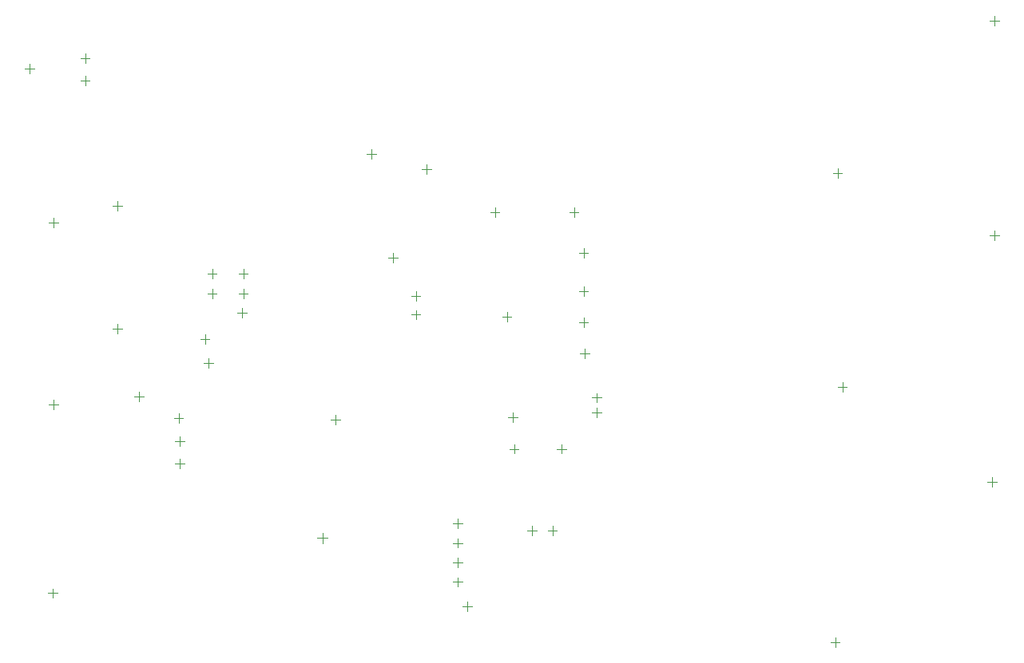
<source format=gbr>
%FSTAX23Y23*%
%MOIN*%
%SFA1B1*%

%IPPOS*%
%ADD119C,0.003940*%
%LNpcb_top_component_center-1*%
%LPD*%
G54D119*
X04415Y0332D02*
Y03359D01*
X04395Y0334D02*
X04434D01*
X03695Y01957D02*
Y02002D01*
X03672Y0198D02*
X03717D01*
X04465Y02885D02*
Y02924D01*
X04445Y02905D02*
X04484D01*
X02473Y0392D02*
Y03959D01*
X02453Y03939D02*
X02492D01*
X04065Y02913D02*
X04104D01*
X04085Y02893D02*
Y02932D01*
X04065Y0299D02*
X04104D01*
X04085Y0297D02*
Y03009D01*
X04725Y0334D02*
X04764D01*
X04745Y0332D02*
Y03359D01*
X04674Y02352D02*
X04713D01*
X04693Y02333D02*
Y02372D01*
X0447Y02485D02*
X04509D01*
X0449Y02465D02*
Y02504D01*
X04475Y02352D02*
X04514D01*
X04495Y02333D02*
Y02372D01*
X0424Y0204D02*
X04279D01*
X0426Y0202D02*
Y02059D01*
X0424Y01877D02*
X04279D01*
X0426Y01857D02*
Y01897D01*
X0424Y01958D02*
X04279D01*
X0426Y01939D02*
Y01978D01*
X0375Y02455D02*
Y02494D01*
X0373Y02475D02*
X03769D01*
X0334Y0292D02*
X03379D01*
X0336Y029D02*
Y02939D01*
X03215Y03002D02*
X03254D01*
X03235Y02982D02*
Y03021D01*
X03345Y03D02*
X03384D01*
X03365Y0298D02*
Y03019D01*
X03215Y03085D02*
X03254D01*
X03235Y03065D02*
Y03104D01*
X03345Y03085D02*
X03384D01*
X03365Y03065D02*
Y03104D01*
X0424Y01796D02*
X04279D01*
X0426Y01776D02*
Y01815D01*
X0428Y01695D02*
X04319D01*
X043Y01675D02*
Y01714D01*
X04655Y0199D02*
Y02029D01*
X04635Y0201D02*
X04674D01*
X0457Y0199D02*
Y02029D01*
X0455Y0201D02*
X04589D01*
X0649Y02195D02*
Y02234D01*
X0647Y02215D02*
X06509D01*
X065Y03225D02*
Y03264D01*
X0648Y03245D02*
X06519D01*
X065Y0412D02*
Y04159D01*
X0648Y0414D02*
X06519D01*
X05815Y01545D02*
X05854D01*
X05835Y01525D02*
Y01564D01*
X05845Y0261D02*
X05884D01*
X05865Y0259D02*
Y02629D01*
X0482Y02566D02*
X04859D01*
X0484Y02546D02*
Y02585D01*
X0482Y02505D02*
X04859D01*
X0484Y02485D02*
Y02524D01*
X0397Y0315D02*
X04009D01*
X0399Y0313D02*
Y03169D01*
X04785Y0315D02*
Y03189D01*
X04765Y0317D02*
X04804D01*
X0479Y02732D02*
Y02772D01*
X0477Y02752D02*
X04809D01*
X04785Y0286D02*
Y029D01*
X04765Y0288D02*
X04804D01*
X04785Y02989D02*
Y03029D01*
X04765Y03009D02*
X04804D01*
X0291Y0257D02*
X02949D01*
X0293Y0255D02*
Y02589D01*
X0308Y0229D02*
X03119D01*
X031Y0227D02*
Y02309D01*
X03075Y0248D02*
X03114D01*
X03095Y0246D02*
Y02499D01*
X0308Y02385D02*
X03119D01*
X031Y02365D02*
Y02404D01*
X02574Y02517D02*
Y02557D01*
X02554Y02537D02*
X02594D01*
X02574Y03277D02*
Y03317D01*
X02554Y03297D02*
X02594D01*
X02839Y03347D02*
Y03387D01*
X02819Y03367D02*
X02859D01*
X03185Y0281D02*
X03224D01*
X03205Y0279D02*
Y02829D01*
X032Y0271D02*
X03239D01*
X0322Y0269D02*
Y02729D01*
X0284Y02833D02*
Y02873D01*
X0282Y02853D02*
X0286D01*
X0257Y01729D02*
Y01768D01*
X0255Y01749D02*
X0259D01*
X05825Y03505D02*
X05864D01*
X05845Y03485D02*
Y03524D01*
X02685Y0389D02*
X02724D01*
X02705Y0387D02*
Y03909D01*
X02685Y03985D02*
X02724D01*
X02705Y03965D02*
Y04004D01*
X0411Y0352D02*
X04149D01*
X0413Y035D02*
Y03539D01*
X0388Y03585D02*
X03919D01*
X039Y03565D02*
Y03604D01*
M02*
</source>
